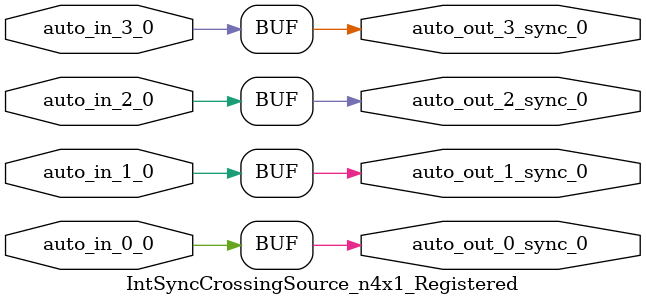
<source format=sv>
module IntSyncCrossingSource_n4x1_Registered(	// @[generators/rocket-chip/src/main/scala/interrupts/Crossing.scala:48:9]
  input  auto_in_3_0,	// @[generators/diplomacy/diplomacy/src/diplomacy/lazymodule/LazyModuleImp.scala:107:25]
  input  auto_in_2_0,	// @[generators/diplomacy/diplomacy/src/diplomacy/lazymodule/LazyModuleImp.scala:107:25]
  input  auto_in_1_0,	// @[generators/diplomacy/diplomacy/src/diplomacy/lazymodule/LazyModuleImp.scala:107:25]
  input  auto_in_0_0,	// @[generators/diplomacy/diplomacy/src/diplomacy/lazymodule/LazyModuleImp.scala:107:25]
  output auto_out_3_sync_0,	// @[generators/diplomacy/diplomacy/src/diplomacy/lazymodule/LazyModuleImp.scala:107:25]
  output auto_out_2_sync_0,	// @[generators/diplomacy/diplomacy/src/diplomacy/lazymodule/LazyModuleImp.scala:107:25]
  output auto_out_1_sync_0,	// @[generators/diplomacy/diplomacy/src/diplomacy/lazymodule/LazyModuleImp.scala:107:25]
  output auto_out_0_sync_0	// @[generators/diplomacy/diplomacy/src/diplomacy/lazymodule/LazyModuleImp.scala:107:25]
);

  assign auto_out_3_sync_0 = auto_in_3_0;	// @[generators/rocket-chip/src/main/scala/interrupts/Crossing.scala:48:9]
  assign auto_out_2_sync_0 = auto_in_2_0;	// @[generators/rocket-chip/src/main/scala/interrupts/Crossing.scala:48:9]
  assign auto_out_1_sync_0 = auto_in_1_0;	// @[generators/rocket-chip/src/main/scala/interrupts/Crossing.scala:48:9]
  assign auto_out_0_sync_0 = auto_in_0_0;	// @[generators/rocket-chip/src/main/scala/interrupts/Crossing.scala:48:9]
endmodule


</source>
